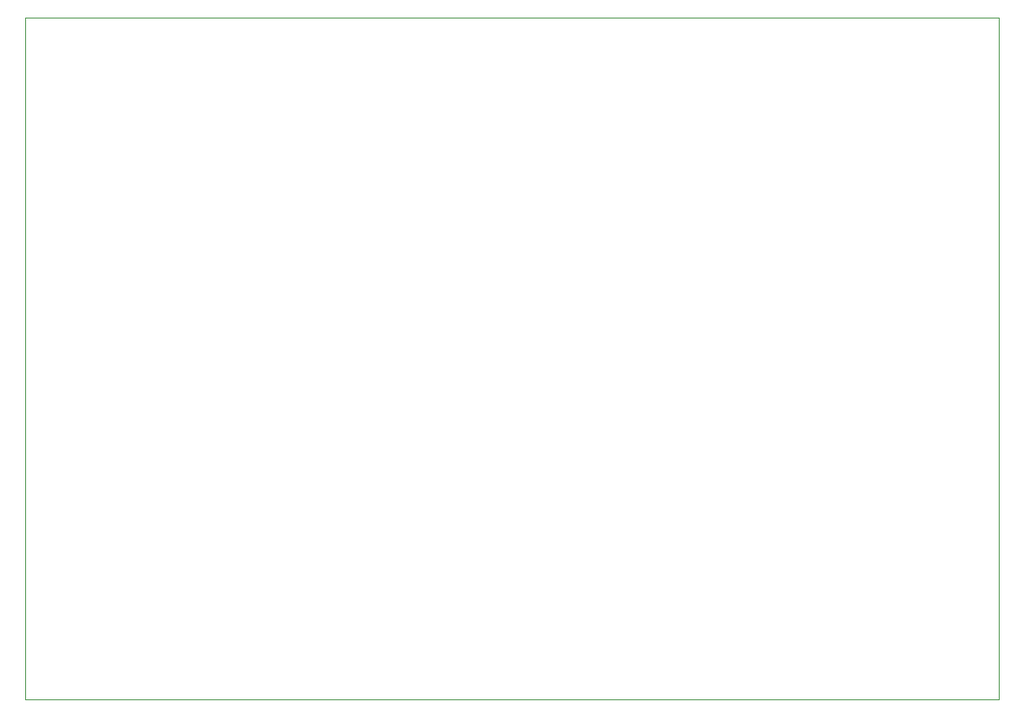
<source format=gm1>
G04 #@! TF.GenerationSoftware,KiCad,Pcbnew,9.0.5*
G04 #@! TF.CreationDate,2026-01-02T00:08:48+00:00*
G04 #@! TF.ProjectId,PIKBD,50494b42-442e-46b6-9963-61645f706362,2.2*
G04 #@! TF.SameCoordinates,Original*
G04 #@! TF.FileFunction,Profile,NP*
%FSLAX46Y46*%
G04 Gerber Fmt 4.6, Leading zero omitted, Abs format (unit mm)*
G04 Created by KiCad (PCBNEW 9.0.5) date 2026-01-02 00:08:48*
%MOMM*%
%LPD*%
G01*
G04 APERTURE LIST*
G04 #@! TA.AperFunction,Profile*
%ADD10C,0.100000*%
G04 #@! TD*
G04 APERTURE END LIST*
D10*
X93400000Y-60009654D02*
X191575209Y-60009654D01*
X191575209Y-128776519D01*
X93400000Y-128776519D01*
X93400000Y-60009654D01*
M02*

</source>
